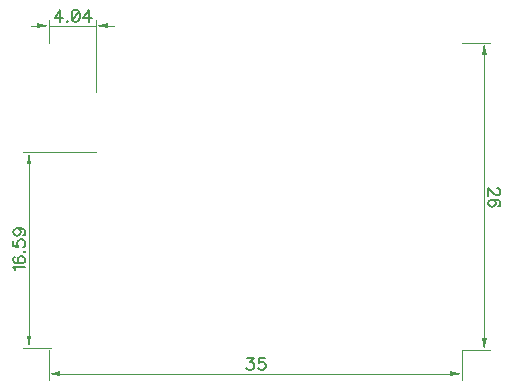
<source format=gbr>
G04 DipTrace 3.3.1.3*
G04 TopDimension.gbr*
%MOMM*%
G04 #@! TF.FileFunction,Drawing,Top*
G04 #@! TF.Part,Single*
%ADD13C,0.035*%
%ADD54C,0.15686*%
%FSLAX35Y35*%
G04*
G71*
G90*
G75*
G01*
G04 TopDimension*
%LPD*%
X3552270Y0D2*
D13*
X3793054D1*
X3552270Y2600000D2*
X3793054D1*
X3743054Y1300000D2*
Y100000D1*
G36*
Y0D2*
X3723054Y100000D1*
X3763054D1*
X3743054Y0D1*
G37*
Y1300000D2*
D13*
Y2500000D1*
G36*
Y2600000D2*
X3763054Y2500000D1*
X3723054D1*
X3743054Y2600000D1*
G37*
X52270Y0D2*
D13*
Y-249757D1*
X3552270Y0D2*
Y-249757D1*
X1802270Y-199757D2*
X152270D1*
G36*
X52270D2*
X152270Y-179757D1*
Y-219757D1*
X52270Y-199757D1*
G37*
X1802270D2*
D13*
X3452270D1*
G36*
X3552270D2*
X3452270Y-219757D1*
Y-179757D1*
X3552270Y-199757D1*
G37*
X456363Y2183417D2*
D13*
Y2796437D1*
X52270Y2600000D2*
Y2796437D1*
Y2746437D2*
X456363D1*
X-97730D2*
X-47730D1*
G36*
X52270D2*
X-47730Y2726437D1*
Y2766437D1*
X52270Y2746437D1*
G37*
X606363D2*
D13*
X556363D1*
G36*
X456363D2*
X556363Y2766437D1*
Y2726437D1*
X456363Y2746437D1*
G37*
Y1675417D2*
D13*
X-164057D1*
X70707Y16687D2*
X-164057D1*
X-114057Y846052D2*
Y1575417D1*
G36*
Y1675417D2*
X-94057Y1575417D1*
X-134057D1*
X-114057Y1675417D1*
G37*
Y846052D2*
D13*
Y116687D1*
G36*
Y16687D2*
X-134057Y116687D1*
X-94057D1*
X-114057Y16687D1*
G37*
X3851786Y1368489D2*
D54*
X3856615D1*
X3866386Y1363660D1*
X3871215Y1358831D1*
X3876044Y1349060D1*
Y1329631D1*
X3871215Y1319972D1*
X3866386Y1315143D1*
X3856615Y1310202D1*
X3846957D1*
X3837186Y1315143D1*
X3822698Y1324802D1*
X3774069Y1373431D1*
Y1305372D1*
X3861557Y1215712D2*
X3871215Y1220541D1*
X3876044Y1235141D1*
Y1244800D1*
X3871215Y1259400D1*
X3856615Y1269171D1*
X3832357Y1274000D1*
X3808098D1*
X3788669Y1269171D1*
X3778898Y1259400D1*
X3774069Y1244800D1*
Y1239971D1*
X3778898Y1225483D1*
X3788669Y1215712D1*
X3803269Y1210883D1*
X3808098D1*
X3822698Y1215712D1*
X3832357Y1225483D1*
X3837186Y1239971D1*
Y1244800D1*
X3832357Y1259400D1*
X3822698Y1269171D1*
X3808098Y1274000D1*
X1736139Y-66767D2*
X1789485D1*
X1760398Y-105625D1*
X1774998D1*
X1784656Y-110454D1*
X1789485Y-115283D1*
X1794427Y-129883D1*
Y-139542D1*
X1789485Y-154142D1*
X1779827Y-163913D1*
X1765227Y-168742D1*
X1750627D1*
X1736139Y-163913D1*
X1731310Y-158971D1*
X1726368Y-149313D1*
X1884087Y-66767D2*
X1835570D1*
X1830741Y-110454D1*
X1835570Y-105625D1*
X1850170Y-100683D1*
X1864658D1*
X1879258Y-105625D1*
X1889029Y-115283D1*
X1893858Y-129883D1*
Y-139542D1*
X1889029Y-154142D1*
X1879258Y-163913D1*
X1864658Y-168742D1*
X1850170D1*
X1835570Y-163913D1*
X1830741Y-158971D1*
X1825799Y-149313D1*
X151928Y2777452D2*
Y2879427D1*
X103299Y2811481D1*
X176186D1*
X212388Y2787223D2*
X207559Y2782281D1*
X212388Y2777452D1*
X217330Y2782281D1*
X212388Y2787223D1*
X277902Y2879427D2*
X263302Y2874598D1*
X253531Y2859998D1*
X248702Y2835740D1*
Y2821140D1*
X253531Y2796881D1*
X263302Y2782281D1*
X277902Y2777452D1*
X287561D1*
X302161Y2782281D1*
X311819Y2796881D1*
X316761Y2821140D1*
Y2835740D1*
X311819Y2859998D1*
X302161Y2874598D1*
X287561Y2879427D1*
X277902D1*
X311819Y2859998D2*
X253531Y2796881D1*
X396762Y2777452D2*
Y2879427D1*
X348133Y2811481D1*
X421021D1*
X-227618Y676877D2*
X-232560Y686647D1*
X-247048Y701247D1*
X-145072D1*
X-232560Y790908D2*
X-242218Y786078D1*
X-247048Y771478D1*
Y761820D1*
X-242218Y747220D1*
X-227618Y737449D1*
X-203360Y732620D1*
X-179102D1*
X-159672Y737449D1*
X-149902Y747220D1*
X-145072Y761820D1*
Y766649D1*
X-149902Y781137D1*
X-159672Y790908D1*
X-174272Y795737D1*
X-179102D1*
X-193702Y790908D1*
X-203360Y781137D1*
X-208189Y766649D1*
Y761820D1*
X-203360Y747220D1*
X-193702Y737449D1*
X-179102Y732620D1*
X-154843Y831939D2*
X-149902Y827109D1*
X-145072Y831939D1*
X-149902Y836880D1*
X-154843Y831939D1*
X-247048Y926540D2*
Y878024D1*
X-203360Y873194D1*
X-208189Y878024D1*
X-213131Y892624D1*
Y907111D1*
X-208189Y921711D1*
X-198531Y931482D1*
X-183931Y936311D1*
X-174272D1*
X-159672Y931482D1*
X-149902Y921711D1*
X-145072Y907111D1*
Y892624D1*
X-149902Y878024D1*
X-154843Y873194D1*
X-164502Y868253D1*
X-213131Y1030913D2*
X-198531Y1025971D1*
X-188760Y1016313D1*
X-183931Y1001713D1*
Y996884D1*
X-188760Y982284D1*
X-198531Y972625D1*
X-213131Y967684D1*
X-217960D1*
X-232560Y972625D1*
X-242218Y982284D1*
X-247048Y996884D1*
Y1001713D1*
X-242218Y1016313D1*
X-232560Y1025971D1*
X-213131Y1030913D1*
X-188760D1*
X-164502Y1025971D1*
X-149902Y1016313D1*
X-145072Y1001713D1*
Y992055D1*
X-149902Y977455D1*
X-159672Y972625D1*
M02*

</source>
